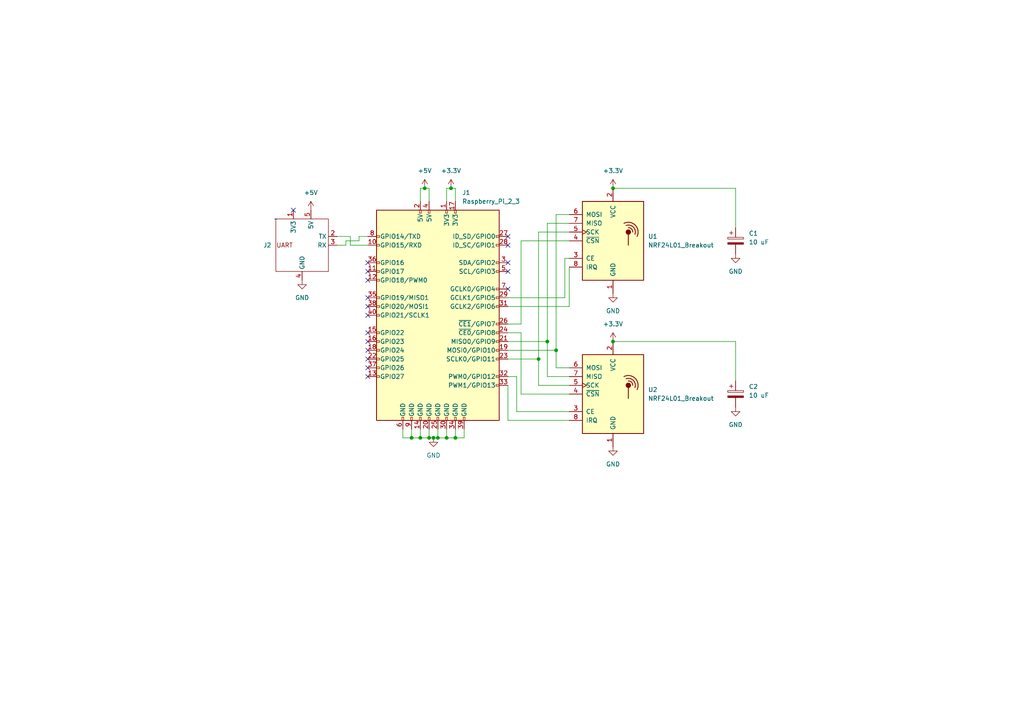
<source format=kicad_sch>
(kicad_sch (version 20230121) (generator eeschema)
  (paper "A4")
  (lib_symbols
    (symbol "Connector:Raspberry_Pi_2_3" (pin_names (offset 1.016))
      (property "Reference" "J" (at -17.78 31.75 0))
      (property "Value" "Raspberry_Pi_2_3" (at 10.16 -31.75 0))
      (symbol "Raspberry_Pi_2_3_0_1"
        (rectangle (start -17.78 30.48) (end 17.78 -30.48) (stroke (width 0.254)) (fill (type background)))
      )
      (symbol "Raspberry_Pi_2_3_1_1"
        (rectangle (start -16.891 -17.526) (end -17.78 -18.034))
        (rectangle (start -16.891 -14.986) (end -17.78 -15.494))
        (rectangle (start -16.891 -12.446) (end -17.78 -12.954))
        (rectangle (start -16.891 -9.906) (end -17.78 -10.414))
        (rectangle (start -16.891 -7.366) (end -17.78 -7.874))
        (rectangle (start -16.891 -4.826) (end -17.78 -5.334))
        (rectangle (start -16.891 0.254) (end -17.78 -0.254))
        (rectangle (start -16.891 2.794) (end -17.78 2.286))
        (rectangle (start -16.891 5.334) (end -17.78 4.826))
        (rectangle (start -16.891 10.414) (end -17.78 9.906))
        (rectangle (start -16.891 12.954) (end -17.78 12.446))
        (rectangle (start -16.891 15.494) (end -17.78 14.986))
        (rectangle (start -16.891 20.574) (end -17.78 20.066))
        (rectangle (start -16.891 23.114) (end -17.78 22.606))
        (rectangle (start -10.414 -29.591) (end -9.906 -30.48))
        (rectangle (start -7.874 -29.591) (end -7.366 -30.48))
        (rectangle (start -5.334 -29.591) (end -4.826 -30.48))
        (rectangle (start -5.334 30.48) (end -4.826 29.591))
        (rectangle (start -2.794 -29.591) (end -2.286 -30.48))
        (rectangle (start -2.794 30.48) (end -2.286 29.591))
        (rectangle (start -0.254 -29.591) (end 0.254 -30.48))
        (rectangle (start 2.286 -29.591) (end 2.794 -30.48))
        (rectangle (start 2.286 30.48) (end 2.794 29.591))
        (rectangle (start 4.826 -29.591) (end 5.334 -30.48))
        (rectangle (start 4.826 30.48) (end 5.334 29.591))
        (rectangle (start 7.366 -29.591) (end 7.874 -30.48))
        (rectangle (start 17.78 -20.066) (end 16.891 -20.574))
        (rectangle (start 17.78 -17.526) (end 16.891 -18.034))
        (rectangle (start 17.78 -12.446) (end 16.891 -12.954))
        (rectangle (start 17.78 -9.906) (end 16.891 -10.414))
        (rectangle (start 17.78 -7.366) (end 16.891 -7.874))
        (rectangle (start 17.78 -4.826) (end 16.891 -5.334))
        (rectangle (start 17.78 -2.286) (end 16.891 -2.794))
        (rectangle (start 17.78 2.794) (end 16.891 2.286))
        (rectangle (start 17.78 5.334) (end 16.891 4.826))
        (rectangle (start 17.78 7.874) (end 16.891 7.366))
        (rectangle (start 17.78 12.954) (end 16.891 12.446))
        (rectangle (start 17.78 15.494) (end 16.891 14.986))
        (rectangle (start 17.78 20.574) (end 16.891 20.066))
        (rectangle (start 17.78 23.114) (end 16.891 22.606))
        (pin power_in line (at 2.54 33.02 270) (length 2.54) (name "3V3") (number "1"))
        (pin bidirectional line (at -20.32 20.32 0) (length 2.54) (name "GPIO15/RXD") (number "10"))
        (pin bidirectional line (at -20.32 12.7 0) (length 2.54) (name "GPIO17") (number "11"))
        (pin bidirectional line (at -20.32 10.16 0) (length 2.54) (name "GPIO18/PWM0") (number "12"))
        (pin bidirectional line (at -20.32 -17.78 0) (length 2.54) (name "GPIO27") (number "13"))
        (pin power_in line (at -5.08 -33.02 90) (length 2.54) (name "GND") (number "14"))
        (pin bidirectional line (at -20.32 -5.08 0) (length 2.54) (name "GPIO22") (number "15"))
        (pin bidirectional line (at -20.32 -7.62 0) (length 2.54) (name "GPIO23") (number "16"))
        (pin power_in line (at 5.08 33.02 270) (length 2.54) (name "3V3") (number "17"))
        (pin bidirectional line (at -20.32 -10.16 0) (length 2.54) (name "GPIO24") (number "18"))
        (pin bidirectional line (at 20.32 -10.16 180) (length 2.54) (name "MOSI0/GPIO10") (number "19"))
        (pin power_in line (at -5.08 33.02 270) (length 2.54) (name "5V") (number "2"))
        (pin power_in line (at -2.54 -33.02 90) (length 2.54) (name "GND") (number "20"))
        (pin bidirectional line (at 20.32 -7.62 180) (length 2.54) (name "MISO0/GPIO9") (number "21"))
        (pin bidirectional line (at -20.32 -12.7 0) (length 2.54) (name "GPIO25") (number "22"))
        (pin bidirectional line (at 20.32 -12.7 180) (length 2.54) (name "SCLK0/GPIO11") (number "23"))
        (pin bidirectional line (at 20.32 -5.08 180) (length 2.54) (name "~{CE0}/GPIO8") (number "24"))
        (pin power_in line (at 0 -33.02 90) (length 2.54) (name "GND") (number "25"))
        (pin bidirectional line (at 20.32 -2.54 180) (length 2.54) (name "~{CE1}/GPIO7") (number "26"))
        (pin bidirectional line (at 20.32 22.86 180) (length 2.54) (name "ID_SD/GPIO0") (number "27"))
        (pin bidirectional line (at 20.32 20.32 180) (length 2.54) (name "ID_SC/GPIO1") (number "28"))
        (pin bidirectional line (at 20.32 5.08 180) (length 2.54) (name "GCLK1/GPIO5") (number "29"))
        (pin bidirectional line (at 20.32 15.24 180) (length 2.54) (name "SDA/GPIO2") (number "3"))
        (pin power_in line (at 2.54 -33.02 90) (length 2.54) (name "GND") (number "30"))
        (pin bidirectional line (at 20.32 2.54 180) (length 2.54) (name "GCLK2/GPIO6") (number "31"))
        (pin bidirectional line (at 20.32 -17.78 180) (length 2.54) (name "PWM0/GPIO12") (number "32"))
        (pin bidirectional line (at 20.32 -20.32 180) (length 2.54) (name "PWM1/GPIO13") (number "33"))
        (pin power_in line (at 5.08 -33.02 90) (length 2.54) (name "GND") (number "34"))
        (pin bidirectional line (at -20.32 5.08 0) (length 2.54) (name "GPIO19/MISO1") (number "35"))
        (pin bidirectional line (at -20.32 15.24 0) (length 2.54) (name "GPIO16") (number "36"))
        (pin bidirectional line (at -20.32 -15.24 0) (length 2.54) (name "GPIO26") (number "37"))
        (pin bidirectional line (at -20.32 2.54 0) (length 2.54) (name "GPIO20/MOSI1") (number "38"))
        (pin power_in line (at 7.62 -33.02 90) (length 2.54) (name "GND") (number "39"))
        (pin power_in line (at -2.54 33.02 270) (length 2.54) (name "5V") (number "4"))
        (pin bidirectional line (at -20.32 0 0) (length 2.54) (name "GPIO21/SCLK1") (number "40"))
        (pin bidirectional line (at 20.32 12.7 180) (length 2.54) (name "SCL/GPIO3") (number "5"))
        (pin power_in line (at -10.16 -33.02 90) (length 2.54) (name "GND") (number "6"))
        (pin bidirectional line (at 20.32 7.62 180) (length 2.54) (name "GCLK0/GPIO4") (number "7"))
        (pin bidirectional line (at -20.32 22.86 0) (length 2.54) (name "GPIO14/TXD") (number "8"))
        (pin power_in line (at -7.62 -33.02 90) (length 2.54) (name "GND") (number "9"))
      )
    )
    (symbol "Device:C_Polarized" (pin_numbers hide) (pin_names (offset 0.254))
      (property "Reference" "C" (at 0.635 2.54 0))
      (property "Value" "C_Polarized" (at 0.635 -2.54 0))
      (symbol "C_Polarized_0_1"
        (rectangle (start -2.286 0.508) (end 2.286 1.016))
        (polyline (pts (xy -1.778 2.286) (xy -0.762 2.286)))
        (polyline (pts (xy -1.27 2.794) (xy -1.27 1.778)))
        (rectangle (start 2.286 -0.508) (end -2.286 -1.016) (fill (type outline)))
      )
      (symbol "C_Polarized_1_1"
        (pin passive line (at 0 3.81 270) (length 2.794) (name "~") (number "1"))
        (pin passive line (at 0 -3.81 90) (length 2.794) (name "~") (number "2"))
      )
    )
    (symbol "RF:NRF24L01_Breakout" (pin_names (offset 1.016))
      (property "Reference" "U" (at -8.89 12.7 0))
      (property "Value" "NRF24L01_Breakout" (at 3.81 12.7 0))
      (symbol "NRF24L01_Breakout_0_1"
        (rectangle (start -8.89 11.43) (end 8.89 -11.43) (stroke (width 0.254)) (fill (type background)))
        (polyline (pts (xy 4.445 1.905) (xy 4.445 -1.27)) (stroke (width 0.254)))
        (circle (center 4.445 2.54) (radius 0.635) (stroke (width 0.254)) (fill (type outline)))
        (arc (start 5.715 2.54) (mid 5.3521 3.4546) (end 4.445 3.81) (stroke (width 0.254)))
        (arc (start 6.35 1.905) (mid 5.8763 3.9854) (end 3.81 4.445) (stroke (width 0.254)))
        (arc (start 6.985 1.27) (mid 6.453 4.548) (end 3.175 5.08) (stroke (width 0.254)))
      )
      (symbol "NRF24L01_Breakout_1_1"
        (pin power_in line (at 0 -15.24 90) (length 3.81) (name "GND") (number "1"))
        (pin power_in line (at 0 15.24 270) (length 3.81) (name "VCC") (number "2"))
        (pin input line (at -12.7 -5.08 0) (length 3.81) (name "CE") (number "3"))
        (pin input line (at -12.7 0 0) (length 3.81) (name "~{CSN}") (number "4"))
        (pin input clock (at -12.7 2.54 0) (length 3.81) (name "SCK") (number "5"))
        (pin input line (at -12.7 7.62 0) (length 3.81) (name "MOSI") (number "6"))
        (pin output line (at -12.7 5.08 0) (length 3.81) (name "MISO") (number "7"))
        (pin output line (at -12.7 -7.62 0) (length 3.81) (name "IRQ") (number "8"))
      )
    )
    (symbol "cs240lx_rpi:UART"
      (property "Reference" "J" (at 2.54 -10.16 0))
      (symbol "UART_0_1"
        (rectangle (start 0 0) (end 15.24 -15.24))
      )
      (symbol "UART_1_1"
        (text "UART" (at 2.54 -7.62 0) (effects (font (size 1.27 1.27))))
        (pin power_out line (at 5.08 2.54 270) (length 2.54) (name "3V3") (number "1"))
        (pin output line (at 17.78 -5.08 180) (length 2.54) (name "TX") (number "2"))
        (pin input line (at 17.78 -7.62 180) (length 2.54) (name "RX") (number "3"))
        (pin power_out line (at 7.62 -17.78 90) (length 2.54) (name "GND") (number "4"))
        (pin power_out line (at 10.16 2.54 270) (length 2.54) (name "5V") (number "5"))
      )
    )
    (symbol "power:+3.3V" (power) (pin_names (offset 0))
      (property "Value" "+3.3V" (at 0 3.556 0))
      (symbol "+3.3V_0_1"
        (polyline (pts (xy -0.762 1.27) (xy 0 2.54)))
        (polyline (pts (xy 0 0) (xy 0 2.54)))
        (polyline (pts (xy 0 2.54) (xy 0.762 1.27)))
      )
      (symbol "+3.3V_1_1"
        (pin power_in line (at 0 0 90) (length 0) hide (name "+3.3V") (number "1"))
      )
    )
    (symbol "power:+5V" (power) (pin_names (offset 0))
      (property "Value" "+5V" (at 0 3.556 0))
      (symbol "+5V_0_1"
        (polyline (pts (xy -0.762 1.27) (xy 0 2.54)))
        (polyline (pts (xy 0 0) (xy 0 2.54)))
        (polyline (pts (xy 0 2.54) (xy 0.762 1.27)))
      )
      (symbol "+5V_1_1"
        (pin power_in line (at 0 0 90) (length 0) hide (name "+5V") (number "1"))
      )
    )
    (symbol "power:GND" (power) (pin_names (offset 0))
      (property "Value" "GND" (at 0 -3.81 0))
      (symbol "GND_0_1"
        (polyline (pts (xy 0 0) (xy 0 -1.27) (xy 1.27 -1.27) (xy 0 -2.54) (xy -1.27 -1.27) (xy 0 -1.27)))
      )
      (symbol "GND_1_1"
        (pin power_in line (at 0 0 270) (length 0) hide (name "GND") (number "1"))
      )
    )
  )
  (junction (at 124.46 127))
  (junction (at 177.8 54.61))
  (junction (at 123.19 54.61))
  (junction (at 121.92 127))
  (junction (at 130.81 54.61))
  (junction (at 158.75 99.06))
  (junction (at 161.29 101.6))
  (junction (at 132.08 127))
  (junction (at 119.38 127))
  (junction (at 177.8 99.06))
  (junction (at 156.21 104.14))
  (junction (at 125.73 127))
  (junction (at 129.54 127))
  (junction (at 127 127))
  (no_connect (at 106.68 86.36))
  (no_connect (at 106.68 91.44))
  (no_connect (at 106.68 78.74))
  (no_connect (at 106.68 76.2))
  (no_connect (at 147.32 68.58))
  (no_connect (at 147.32 71.12))
  (no_connect (at 85.09 60.96))
  (no_connect (at 106.68 106.68))
  (no_connect (at 106.68 99.06))
  (no_connect (at 106.68 96.52))
  (no_connect (at 147.32 78.74))
  (no_connect (at 106.68 88.9))
  (no_connect (at 106.68 101.6))
  (no_connect (at 147.32 83.82))
  (no_connect (at 106.68 109.22))
  (no_connect (at 106.68 81.28))
  (no_connect (at 106.68 104.14))
  (no_connect (at 147.32 76.2))
  (wire (pts (xy 121.92 58.42) (xy 121.92 54.61)))
  (wire (pts (xy 147.32 104.14) (xy 156.21 104.14)))
  (wire (pts (xy 132.08 54.61) (xy 130.81 54.61)))
  (wire (pts (xy 147.32 121.92) (xy 165.1 121.92)))
  (wire (pts (xy 147.32 93.98) (xy 151.13 93.98)))
  (wire (pts (xy 132.08 54.61) (xy 132.08 58.42)))
  (wire (pts (xy 158.75 99.06) (xy 158.75 109.22)))
  (wire (pts (xy 151.13 114.3) (xy 151.13 96.52)))
  (wire (pts (xy 213.36 99.06) (xy 213.36 110.49)))
  (wire (pts (xy 97.79 68.58) (xy 101.6 68.58)))
  (wire (pts (xy 147.32 101.6) (xy 161.29 101.6)))
  (wire (pts (xy 177.8 99.06) (xy 213.36 99.06)))
  (wire (pts (xy 100.33 71.12) (xy 100.33 69.85)))
  (wire (pts (xy 156.21 111.76) (xy 165.1 111.76)))
  (wire (pts (xy 129.54 54.61) (xy 129.54 58.42)))
  (wire (pts (xy 165.1 88.9) (xy 165.1 77.47)))
  (wire (pts (xy 151.13 69.85) (xy 165.1 69.85)))
  (wire (pts (xy 163.83 86.36) (xy 163.83 74.93)))
  (wire (pts (xy 129.54 127) (xy 132.08 127)))
  (wire (pts (xy 149.86 119.38) (xy 165.1 119.38)))
  (wire (pts (xy 116.84 127) (xy 119.38 127)))
  (wire (pts (xy 151.13 93.98) (xy 151.13 69.85)))
  (wire (pts (xy 132.08 127) (xy 134.62 127)))
  (wire (pts (xy 104.14 68.58) (xy 106.68 68.58)))
  (wire (pts (xy 124.46 124.46) (xy 124.46 127)))
  (wire (pts (xy 125.73 127) (xy 127 127)))
  (wire (pts (xy 158.75 64.77) (xy 158.75 99.06)))
  (wire (pts (xy 132.08 124.46) (xy 132.08 127)))
  (wire (pts (xy 104.14 69.85) (xy 104.14 68.58)))
  (wire (pts (xy 177.8 54.61) (xy 213.36 54.61)))
  (wire (pts (xy 130.81 54.61) (xy 129.54 54.61)))
  (wire (pts (xy 151.13 96.52) (xy 147.32 96.52)))
  (wire (pts (xy 158.75 109.22) (xy 165.1 109.22)))
  (wire (pts (xy 121.92 124.46) (xy 121.92 127)))
  (wire (pts (xy 119.38 124.46) (xy 119.38 127)))
  (wire (pts (xy 165.1 64.77) (xy 158.75 64.77)))
  (wire (pts (xy 147.32 99.06) (xy 158.75 99.06)))
  (wire (pts (xy 161.29 101.6) (xy 161.29 106.68)))
  (wire (pts (xy 119.38 127) (xy 121.92 127)))
  (wire (pts (xy 165.1 62.23) (xy 161.29 62.23)))
  (wire (pts (xy 116.84 124.46) (xy 116.84 127)))
  (wire (pts (xy 127 127) (xy 129.54 127)))
  (wire (pts (xy 101.6 71.12) (xy 106.68 71.12)))
  (wire (pts (xy 123.19 54.61) (xy 124.46 54.61)))
  (wire (pts (xy 149.86 109.22) (xy 149.86 119.38)))
  (wire (pts (xy 163.83 74.93) (xy 165.1 74.93)))
  (wire (pts (xy 147.32 88.9) (xy 165.1 88.9)))
  (wire (pts (xy 121.92 127) (xy 124.46 127)))
  (wire (pts (xy 97.79 71.12) (xy 100.33 71.12)))
  (wire (pts (xy 121.92 54.61) (xy 123.19 54.61)))
  (wire (pts (xy 124.46 127) (xy 125.73 127)))
  (wire (pts (xy 124.46 54.61) (xy 124.46 58.42)))
  (wire (pts (xy 127 124.46) (xy 127 127)))
  (wire (pts (xy 147.32 111.76) (xy 147.32 121.92)))
  (wire (pts (xy 156.21 104.14) (xy 156.21 111.76)))
  (wire (pts (xy 165.1 114.3) (xy 151.13 114.3)))
  (wire (pts (xy 161.29 62.23) (xy 161.29 101.6)))
  (wire (pts (xy 134.62 124.46) (xy 134.62 127)))
  (wire (pts (xy 101.6 68.58) (xy 101.6 71.12)))
  (wire (pts (xy 147.32 86.36) (xy 163.83 86.36)))
  (wire (pts (xy 213.36 54.61) (xy 213.36 66.04)))
  (wire (pts (xy 165.1 67.31) (xy 156.21 67.31)))
  (wire (pts (xy 149.86 109.22) (xy 147.32 109.22)))
  (wire (pts (xy 123.19 53.34) (xy 123.19 54.61)))
  (wire (pts (xy 161.29 106.68) (xy 165.1 106.68)))
  (wire (pts (xy 129.54 124.46) (xy 129.54 127)))
  (wire (pts (xy 156.21 67.31) (xy 156.21 104.14)))
  (wire (pts (xy 100.33 69.85) (xy 104.14 69.85)))
  (symbol (lib_id "power:+3.3V") (at 177.8 99.06 0) (unit 1)
    (property "Reference" "#PWR06" (effects hide))
    (property "Value" "+3.3V" (at 177.8 93.98 0))
  )
  (symbol (lib_id "power:GND") (at 213.36 118.11 0) (unit 1)
    (property "Reference" "#PWR08" (effects hide))
    (property "Value" "GND" (at 213.36 123.19 0))
  )
  (symbol (lib_id "cs240lx_rpi:UART") (at 80.01 63.5 0) (unit 1)
    (property "Reference" "J2" (at 78.74 71.12 0) (effects (justify right)))
    (property "Value" "~" (at 80.01 63.5 0))
    (property "Footprint" "Connector_PinSocket_2.54mm:PinSocket_1x05_P2.54mm_Horizontal" (effects hide))
  )
  (symbol (lib_id "power:+5V") (at 90.17 60.96 0) (unit 1)
    (property "Reference" "#PWR09" (effects hide))
    (property "Value" "+5V" (at 90.17 55.88 0))
  )
  (symbol (lib_id "power:GND") (at 213.36 73.66 0) (unit 1)
    (property "Reference" "#PWR011" (effects hide))
    (property "Value" "GND" (at 213.36 78.74 0))
  )
  (symbol (lib_id "power:GND") (at 125.73 127 0) (unit 1)
    (property "Reference" "#PWR03" (effects hide))
    (property "Value" "GND" (at 125.73 132.08 0))
  )
  (symbol (lib_id "power:+3.3V") (at 177.8 54.61 0) (unit 1)
    (property "Reference" "#PWR04" (effects hide))
    (property "Value" "+3.3V" (at 177.8 49.53 0))
  )
  (symbol (lib_id "RF:NRF24L01_Breakout") (at 177.8 114.3 0) (unit 1)
    (property "Reference" "U2" (at 187.96 113.03 0) (effects (justify left)))
    (property "Value" "NRF24L01_Breakout" (at 187.96 115.57 0) (effects (justify left)))
    (property "Footprint" "RF_Module:nRF24L01_Breakout" (effects hide))
    (property "Datasheet" "http://www.nordicsemi.com/eng/content/download/2730/34105/file/nRF24L01_Product_Specification_v2_0.pdf" (effects hide))
  )
  (symbol (lib_id "power:GND") (at 87.63 81.28 0) (unit 1)
    (property "Reference" "#PWR010" (effects hide))
    (property "Value" "GND" (at 87.63 86.36 0))
  )
  (symbol (lib_id "power:GND") (at 177.8 129.54 0) (unit 1)
    (property "Reference" "#PWR07" (effects hide))
    (property "Value" "GND" (at 177.8 134.62 0))
  )
  (symbol (lib_id "Device:C_Polarized") (at 213.36 69.85 0) (unit 1)
    (property "Reference" "C1" (at 217.17 67.691 0) (effects (justify left)))
    (property "Value" "10 uF" (at 217.17 70.231 0) (effects (justify left)))
    (property "Footprint" "Capacitor_SMD:CP_Elec_4x5.4" (effects hide))
  )
  (symbol (lib_id "power:+3.3V") (at 130.81 54.61 0) (unit 1)
    (property "Reference" "#PWR02" (effects hide))
    (property "Value" "+3.3V" (at 130.81 49.53 0))
  )
  (symbol (lib_id "Connector:Raspberry_Pi_2_3") (at 127 91.44 0) (unit 1)
    (property "Reference" "J1" (at 134.0359 55.88 0) (effects (justify left)))
    (property "Value" "Raspberry_Pi_2_3" (at 134.0359 58.42 0) (effects (justify left)))
    (property "Footprint" "Connector_PinSocket_2.54mm:PinSocket_2x20_P2.54mm_Vertical" (effects hide))
    (property "Datasheet" "https://www.raspberrypi.org/documentation/hardware/raspberrypi/schematics/rpi_SCH_3bplus_1p0_reduced.pdf" (effects hide))
  )
  (symbol (lib_id "RF:NRF24L01_Breakout") (at 177.8 69.85 0) (unit 1)
    (property "Reference" "U1" (at 187.96 68.58 0) (effects (justify left)))
    (property "Value" "NRF24L01_Breakout" (at 187.96 71.12 0) (effects (justify left)))
    (property "Footprint" "RF_Module:nRF24L01_Breakout" (effects hide))
    (property "Datasheet" "http://www.nordicsemi.com/eng/content/download/2730/34105/file/nRF24L01_Product_Specification_v2_0.pdf" (effects hide))
  )
  (symbol (lib_id "Device:C_Polarized") (at 213.36 114.3 0) (unit 1)
    (property "Reference" "C2" (at 217.17 112.141 0) (effects (justify left)))
    (property "Value" "10 uF" (at 217.17 114.681 0) (effects (justify left)))
    (property "Footprint" "Capacitor_SMD:CP_Elec_4x5.4" (effects hide))
  )
  (symbol (lib_id "power:GND") (at 177.8 85.09 0) (unit 1)
    (property "Reference" "#PWR05" (effects hide))
    (property "Value" "GND" (at 177.8 90.17 0))
  )
  (symbol (lib_id "power:+5V") (at 123.19 54.61 0) (unit 1)
    (property "Reference" "#PWR01" (effects hide))
    (property "Value" "+5V" (at 123.19 49.53 0))
  )
)
</source>
